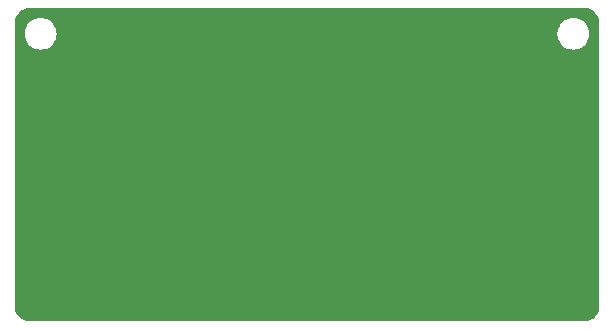
<source format=gbr>
%TF.GenerationSoftware,KiCad,Pcbnew,7.0.5*%
%TF.CreationDate,2024-08-04T18:57:10+08:00*%
%TF.ProjectId,TPS,5450532e-6b69-4636-9164-5f7063625858,rev?*%
%TF.SameCoordinates,Original*%
%TF.FileFunction,Copper,L1,Top*%
%TF.FilePolarity,Positive*%
%FSLAX46Y46*%
G04 Gerber Fmt 4.6, Leading zero omitted, Abs format (unit mm)*
G04 Created by KiCad (PCBNEW 7.0.5) date 2024-08-04 18:57:10*
%MOMM*%
%LPD*%
G01*
G04 APERTURE LIST*
G04 APERTURE END LIST*
%TA.AperFunction,NonConductor*%
G36*
X86707426Y-29000691D02*
G01*
X86710040Y-29000896D01*
X86762011Y-29004986D01*
X86902579Y-29017285D01*
X86920698Y-29020236D01*
X87000242Y-29039333D01*
X87001699Y-29039702D01*
X87088318Y-29062912D01*
X87111714Y-29069181D01*
X87119400Y-29071790D01*
X87168484Y-29092120D01*
X87204737Y-29107136D01*
X87207156Y-29108201D01*
X87304970Y-29153813D01*
X87311140Y-29157128D01*
X87353965Y-29183371D01*
X87391767Y-29206537D01*
X87394927Y-29208608D01*
X87481606Y-29269302D01*
X87486285Y-29272924D01*
X87558840Y-29334892D01*
X87562389Y-29338173D01*
X87636824Y-29412608D01*
X87640109Y-29416162D01*
X87702070Y-29488708D01*
X87705707Y-29493406D01*
X87766385Y-29580064D01*
X87768461Y-29583231D01*
X87817863Y-29663845D01*
X87821193Y-29670043D01*
X87866780Y-29767804D01*
X87867870Y-29770281D01*
X87903208Y-29855598D01*
X87905817Y-29863284D01*
X87935277Y-29973226D01*
X87935676Y-29974800D01*
X87954760Y-30054290D01*
X87957714Y-30072430D01*
X87970014Y-30213024D01*
X87974309Y-30267572D01*
X87974500Y-30272440D01*
X87974500Y-54263559D01*
X87974309Y-54268427D01*
X87970014Y-54322974D01*
X87957714Y-54463568D01*
X87954760Y-54481708D01*
X87935676Y-54561198D01*
X87935277Y-54562772D01*
X87905817Y-54672714D01*
X87903208Y-54680400D01*
X87867870Y-54765717D01*
X87866780Y-54768194D01*
X87821193Y-54865955D01*
X87817863Y-54872153D01*
X87768461Y-54952767D01*
X87766385Y-54955934D01*
X87705707Y-55042592D01*
X87702062Y-55047300D01*
X87640118Y-55119827D01*
X87636812Y-55123403D01*
X87562403Y-55197812D01*
X87558827Y-55201118D01*
X87486300Y-55263062D01*
X87481592Y-55266707D01*
X87394934Y-55327385D01*
X87391767Y-55329461D01*
X87311153Y-55378863D01*
X87304955Y-55382193D01*
X87207194Y-55427780D01*
X87204717Y-55428870D01*
X87119400Y-55464208D01*
X87111714Y-55466817D01*
X87001772Y-55496277D01*
X87000198Y-55496676D01*
X86920708Y-55515760D01*
X86902568Y-55518714D01*
X86761974Y-55531014D01*
X86707427Y-55535309D01*
X86702559Y-55535500D01*
X39733441Y-55535500D01*
X39728573Y-55535309D01*
X39674024Y-55531014D01*
X39533430Y-55518714D01*
X39515290Y-55515760D01*
X39435800Y-55496676D01*
X39434226Y-55496277D01*
X39324284Y-55466817D01*
X39316598Y-55464208D01*
X39231281Y-55428870D01*
X39228804Y-55427780D01*
X39131043Y-55382193D01*
X39124845Y-55378863D01*
X39044231Y-55329461D01*
X39041064Y-55327385D01*
X39008182Y-55304361D01*
X38954399Y-55266702D01*
X38949708Y-55263070D01*
X38877162Y-55201109D01*
X38873608Y-55197824D01*
X38799173Y-55123389D01*
X38795892Y-55119840D01*
X38733924Y-55047285D01*
X38730302Y-55042606D01*
X38669608Y-54955927D01*
X38667537Y-54952767D01*
X38650182Y-54924448D01*
X38618128Y-54872140D01*
X38614813Y-54865970D01*
X38569201Y-54768156D01*
X38568136Y-54765737D01*
X38553120Y-54729484D01*
X38532790Y-54680400D01*
X38530181Y-54672714D01*
X38523912Y-54649318D01*
X38500702Y-54562699D01*
X38500333Y-54561242D01*
X38481236Y-54481698D01*
X38478285Y-54463579D01*
X38465984Y-54322974D01*
X38461691Y-54268426D01*
X38461500Y-54263560D01*
X38461500Y-31200000D01*
X39305341Y-31200000D01*
X39325936Y-31435403D01*
X39325938Y-31435413D01*
X39387094Y-31663655D01*
X39387096Y-31663659D01*
X39387097Y-31663663D01*
X39437031Y-31770746D01*
X39486964Y-31877828D01*
X39486965Y-31877830D01*
X39622505Y-32071402D01*
X39789597Y-32238494D01*
X39983169Y-32374034D01*
X39983171Y-32374035D01*
X40197337Y-32473903D01*
X40425592Y-32535063D01*
X40602032Y-32550499D01*
X40602033Y-32550500D01*
X40602034Y-32550500D01*
X40719967Y-32550500D01*
X40719967Y-32550499D01*
X40896408Y-32535063D01*
X41124663Y-32473903D01*
X41338829Y-32374035D01*
X41532401Y-32238495D01*
X41699495Y-32071401D01*
X41835035Y-31877830D01*
X41934903Y-31663663D01*
X41996063Y-31435408D01*
X42016659Y-31200000D01*
X84419341Y-31200000D01*
X84439936Y-31435403D01*
X84439938Y-31435413D01*
X84501094Y-31663655D01*
X84501096Y-31663659D01*
X84501097Y-31663663D01*
X84551030Y-31770745D01*
X84600964Y-31877828D01*
X84600965Y-31877830D01*
X84736505Y-32071402D01*
X84903597Y-32238494D01*
X85097169Y-32374034D01*
X85097171Y-32374035D01*
X85311337Y-32473903D01*
X85539592Y-32535063D01*
X85716032Y-32550499D01*
X85716033Y-32550500D01*
X85716034Y-32550500D01*
X85833967Y-32550500D01*
X85833967Y-32550499D01*
X86010408Y-32535063D01*
X86238663Y-32473903D01*
X86452829Y-32374035D01*
X86646401Y-32238495D01*
X86813495Y-32071401D01*
X86949035Y-31877830D01*
X87048903Y-31663663D01*
X87110063Y-31435408D01*
X87130659Y-31200000D01*
X87110063Y-30964592D01*
X87048903Y-30736337D01*
X86949035Y-30522171D01*
X86949034Y-30522169D01*
X86813494Y-30328597D01*
X86646402Y-30161505D01*
X86452830Y-30025965D01*
X86452828Y-30025964D01*
X86338152Y-29972490D01*
X86238663Y-29926097D01*
X86238659Y-29926096D01*
X86238655Y-29926094D01*
X86010413Y-29864938D01*
X86010403Y-29864936D01*
X85833967Y-29849500D01*
X85833966Y-29849500D01*
X85716034Y-29849500D01*
X85716033Y-29849500D01*
X85539596Y-29864936D01*
X85539586Y-29864938D01*
X85311344Y-29926094D01*
X85311335Y-29926098D01*
X85097171Y-30025964D01*
X85097169Y-30025965D01*
X84903597Y-30161505D01*
X84736506Y-30328597D01*
X84736501Y-30328604D01*
X84600967Y-30522165D01*
X84600965Y-30522169D01*
X84501098Y-30736335D01*
X84501094Y-30736344D01*
X84439938Y-30964586D01*
X84439936Y-30964596D01*
X84419341Y-31199999D01*
X84419341Y-31200000D01*
X42016659Y-31200000D01*
X41996063Y-30964592D01*
X41934903Y-30736337D01*
X41835035Y-30522171D01*
X41835034Y-30522169D01*
X41699494Y-30328597D01*
X41532402Y-30161505D01*
X41338830Y-30025965D01*
X41338828Y-30025964D01*
X41224152Y-29972490D01*
X41124663Y-29926097D01*
X41124659Y-29926096D01*
X41124655Y-29926094D01*
X40896413Y-29864938D01*
X40896403Y-29864936D01*
X40719967Y-29849500D01*
X40719966Y-29849500D01*
X40602034Y-29849500D01*
X40602033Y-29849500D01*
X40425596Y-29864936D01*
X40425586Y-29864938D01*
X40197344Y-29926094D01*
X40197335Y-29926098D01*
X39983171Y-30025964D01*
X39983169Y-30025965D01*
X39789597Y-30161505D01*
X39622506Y-30328597D01*
X39622501Y-30328604D01*
X39486967Y-30522165D01*
X39486965Y-30522169D01*
X39387098Y-30736335D01*
X39387094Y-30736344D01*
X39325938Y-30964586D01*
X39325936Y-30964596D01*
X39305341Y-31199999D01*
X39305341Y-31200000D01*
X38461500Y-31200000D01*
X38461500Y-30272436D01*
X38461691Y-30267571D01*
X38465979Y-30213080D01*
X38478286Y-30072416D01*
X38481235Y-30054305D01*
X38500342Y-29974719D01*
X38500693Y-29973335D01*
X38530182Y-29863280D01*
X38532790Y-29855598D01*
X38535316Y-29849500D01*
X38568151Y-29770228D01*
X38569185Y-29767877D01*
X38614820Y-29670014D01*
X38618119Y-29663873D01*
X38667548Y-29583213D01*
X38669587Y-29580102D01*
X38730316Y-29493372D01*
X38733908Y-29488733D01*
X38795914Y-29416133D01*
X38799149Y-29412634D01*
X38873634Y-29338149D01*
X38877133Y-29334914D01*
X38949733Y-29272908D01*
X38954372Y-29269316D01*
X39041102Y-29208587D01*
X39044213Y-29206548D01*
X39124873Y-29157119D01*
X39131014Y-29153820D01*
X39228877Y-29108185D01*
X39231228Y-29107151D01*
X39316599Y-29071789D01*
X39324280Y-29069182D01*
X39434335Y-29039693D01*
X39435719Y-29039342D01*
X39515305Y-29020235D01*
X39533416Y-29017286D01*
X39674043Y-29004982D01*
X39721497Y-29001247D01*
X39728575Y-29000691D01*
X39733440Y-29000500D01*
X86702560Y-29000500D01*
X86707426Y-29000691D01*
G37*
%TD.AperFunction*%
M02*

</source>
